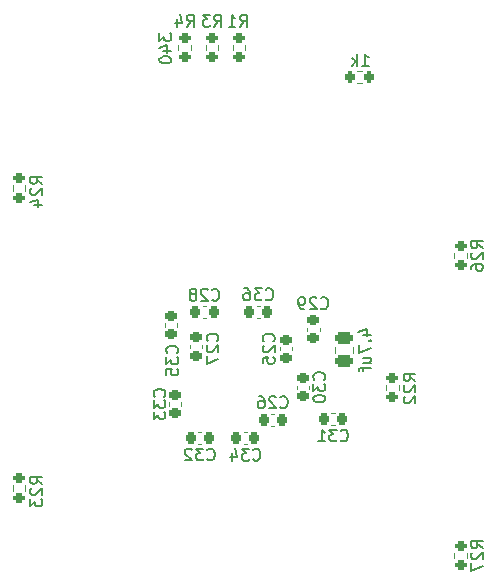
<source format=gbo>
G04 #@! TF.GenerationSoftware,KiCad,Pcbnew,9.0.1*
G04 #@! TF.CreationDate,2025-04-14T17:52:09+10:00*
G04 #@! TF.ProjectId,RP2350B_LevelShift,52503233-3530-4425-9f4c-6576656c5368,rev?*
G04 #@! TF.SameCoordinates,Original*
G04 #@! TF.FileFunction,Legend,Bot*
G04 #@! TF.FilePolarity,Positive*
%FSLAX46Y46*%
G04 Gerber Fmt 4.6, Leading zero omitted, Abs format (unit mm)*
G04 Created by KiCad (PCBNEW 9.0.1) date 2025-04-14 17:52:09*
%MOMM*%
%LPD*%
G01*
G04 APERTURE LIST*
G04 Aperture macros list*
%AMRoundRect*
0 Rectangle with rounded corners*
0 $1 Rounding radius*
0 $2 $3 $4 $5 $6 $7 $8 $9 X,Y pos of 4 corners*
0 Add a 4 corners polygon primitive as box body*
4,1,4,$2,$3,$4,$5,$6,$7,$8,$9,$2,$3,0*
0 Add four circle primitives for the rounded corners*
1,1,$1+$1,$2,$3*
1,1,$1+$1,$4,$5*
1,1,$1+$1,$6,$7*
1,1,$1+$1,$8,$9*
0 Add four rect primitives between the rounded corners*
20,1,$1+$1,$2,$3,$4,$5,0*
20,1,$1+$1,$4,$5,$6,$7,0*
20,1,$1+$1,$6,$7,$8,$9,0*
20,1,$1+$1,$8,$9,$2,$3,0*%
G04 Aperture macros list end*
%ADD10C,0.150000*%
%ADD11C,0.120000*%
%ADD12C,0.425000*%
%ADD13R,1.700000X1.700000*%
%ADD14C,1.700000*%
%ADD15O,1.350000X1.700000*%
%ADD16O,1.100000X1.500000*%
%ADD17C,4.770000*%
%ADD18R,1.785000X1.785000*%
%ADD19C,1.785000*%
%ADD20R,1.600000X1.600000*%
%ADD21C,1.600000*%
%ADD22RoundRect,0.225000X0.250000X-0.225000X0.250000X0.225000X-0.250000X0.225000X-0.250000X-0.225000X0*%
%ADD23RoundRect,0.200000X0.275000X-0.200000X0.275000X0.200000X-0.275000X0.200000X-0.275000X-0.200000X0*%
%ADD24RoundRect,0.225000X-0.225000X-0.250000X0.225000X-0.250000X0.225000X0.250000X-0.225000X0.250000X0*%
%ADD25RoundRect,0.225000X-0.250000X0.225000X-0.250000X-0.225000X0.250000X-0.225000X0.250000X0.225000X0*%
%ADD26RoundRect,0.200000X-0.275000X0.200000X-0.275000X-0.200000X0.275000X-0.200000X0.275000X0.200000X0*%
%ADD27RoundRect,0.225000X0.225000X0.250000X-0.225000X0.250000X-0.225000X-0.250000X0.225000X-0.250000X0*%
%ADD28RoundRect,0.200000X-0.200000X-0.275000X0.200000X-0.275000X0.200000X0.275000X-0.200000X0.275000X0*%
%ADD29RoundRect,0.250000X-0.475000X0.250000X-0.475000X-0.250000X0.475000X-0.250000X0.475000X0.250000X0*%
G04 APERTURE END LIST*
D10*
X159979580Y-123557142D02*
X160027200Y-123509523D01*
X160027200Y-123509523D02*
X160074819Y-123366666D01*
X160074819Y-123366666D02*
X160074819Y-123271428D01*
X160074819Y-123271428D02*
X160027200Y-123128571D01*
X160027200Y-123128571D02*
X159931961Y-123033333D01*
X159931961Y-123033333D02*
X159836723Y-122985714D01*
X159836723Y-122985714D02*
X159646247Y-122938095D01*
X159646247Y-122938095D02*
X159503390Y-122938095D01*
X159503390Y-122938095D02*
X159312914Y-122985714D01*
X159312914Y-122985714D02*
X159217676Y-123033333D01*
X159217676Y-123033333D02*
X159122438Y-123128571D01*
X159122438Y-123128571D02*
X159074819Y-123271428D01*
X159074819Y-123271428D02*
X159074819Y-123366666D01*
X159074819Y-123366666D02*
X159122438Y-123509523D01*
X159122438Y-123509523D02*
X159170057Y-123557142D01*
X159074819Y-123890476D02*
X159074819Y-124509523D01*
X159074819Y-124509523D02*
X159455771Y-124176190D01*
X159455771Y-124176190D02*
X159455771Y-124319047D01*
X159455771Y-124319047D02*
X159503390Y-124414285D01*
X159503390Y-124414285D02*
X159551009Y-124461904D01*
X159551009Y-124461904D02*
X159646247Y-124509523D01*
X159646247Y-124509523D02*
X159884342Y-124509523D01*
X159884342Y-124509523D02*
X159979580Y-124461904D01*
X159979580Y-124461904D02*
X160027200Y-124414285D01*
X160027200Y-124414285D02*
X160074819Y-124319047D01*
X160074819Y-124319047D02*
X160074819Y-124033333D01*
X160074819Y-124033333D02*
X160027200Y-123938095D01*
X160027200Y-123938095D02*
X159979580Y-123890476D01*
X159074819Y-124842857D02*
X159074819Y-125461904D01*
X159074819Y-125461904D02*
X159455771Y-125128571D01*
X159455771Y-125128571D02*
X159455771Y-125271428D01*
X159455771Y-125271428D02*
X159503390Y-125366666D01*
X159503390Y-125366666D02*
X159551009Y-125414285D01*
X159551009Y-125414285D02*
X159646247Y-125461904D01*
X159646247Y-125461904D02*
X159884342Y-125461904D01*
X159884342Y-125461904D02*
X159979580Y-125414285D01*
X159979580Y-125414285D02*
X160027200Y-125366666D01*
X160027200Y-125366666D02*
X160074819Y-125271428D01*
X160074819Y-125271428D02*
X160074819Y-124985714D01*
X160074819Y-124985714D02*
X160027200Y-124890476D01*
X160027200Y-124890476D02*
X159979580Y-124842857D01*
X149654819Y-105557142D02*
X149178628Y-105223809D01*
X149654819Y-104985714D02*
X148654819Y-104985714D01*
X148654819Y-104985714D02*
X148654819Y-105366666D01*
X148654819Y-105366666D02*
X148702438Y-105461904D01*
X148702438Y-105461904D02*
X148750057Y-105509523D01*
X148750057Y-105509523D02*
X148845295Y-105557142D01*
X148845295Y-105557142D02*
X148988152Y-105557142D01*
X148988152Y-105557142D02*
X149083390Y-105509523D01*
X149083390Y-105509523D02*
X149131009Y-105461904D01*
X149131009Y-105461904D02*
X149178628Y-105366666D01*
X149178628Y-105366666D02*
X149178628Y-104985714D01*
X148750057Y-105938095D02*
X148702438Y-105985714D01*
X148702438Y-105985714D02*
X148654819Y-106080952D01*
X148654819Y-106080952D02*
X148654819Y-106319047D01*
X148654819Y-106319047D02*
X148702438Y-106414285D01*
X148702438Y-106414285D02*
X148750057Y-106461904D01*
X148750057Y-106461904D02*
X148845295Y-106509523D01*
X148845295Y-106509523D02*
X148940533Y-106509523D01*
X148940533Y-106509523D02*
X149083390Y-106461904D01*
X149083390Y-106461904D02*
X149654819Y-105890476D01*
X149654819Y-105890476D02*
X149654819Y-106509523D01*
X148988152Y-107366666D02*
X149654819Y-107366666D01*
X148607200Y-107128571D02*
X149321485Y-106890476D01*
X149321485Y-106890476D02*
X149321485Y-107509523D01*
X149654819Y-130957142D02*
X149178628Y-130623809D01*
X149654819Y-130385714D02*
X148654819Y-130385714D01*
X148654819Y-130385714D02*
X148654819Y-130766666D01*
X148654819Y-130766666D02*
X148702438Y-130861904D01*
X148702438Y-130861904D02*
X148750057Y-130909523D01*
X148750057Y-130909523D02*
X148845295Y-130957142D01*
X148845295Y-130957142D02*
X148988152Y-130957142D01*
X148988152Y-130957142D02*
X149083390Y-130909523D01*
X149083390Y-130909523D02*
X149131009Y-130861904D01*
X149131009Y-130861904D02*
X149178628Y-130766666D01*
X149178628Y-130766666D02*
X149178628Y-130385714D01*
X148750057Y-131338095D02*
X148702438Y-131385714D01*
X148702438Y-131385714D02*
X148654819Y-131480952D01*
X148654819Y-131480952D02*
X148654819Y-131719047D01*
X148654819Y-131719047D02*
X148702438Y-131814285D01*
X148702438Y-131814285D02*
X148750057Y-131861904D01*
X148750057Y-131861904D02*
X148845295Y-131909523D01*
X148845295Y-131909523D02*
X148940533Y-131909523D01*
X148940533Y-131909523D02*
X149083390Y-131861904D01*
X149083390Y-131861904D02*
X149654819Y-131290476D01*
X149654819Y-131290476D02*
X149654819Y-131909523D01*
X148654819Y-132242857D02*
X148654819Y-132861904D01*
X148654819Y-132861904D02*
X149035771Y-132528571D01*
X149035771Y-132528571D02*
X149035771Y-132671428D01*
X149035771Y-132671428D02*
X149083390Y-132766666D01*
X149083390Y-132766666D02*
X149131009Y-132814285D01*
X149131009Y-132814285D02*
X149226247Y-132861904D01*
X149226247Y-132861904D02*
X149464342Y-132861904D01*
X149464342Y-132861904D02*
X149559580Y-132814285D01*
X149559580Y-132814285D02*
X149607200Y-132766666D01*
X149607200Y-132766666D02*
X149654819Y-132671428D01*
X149654819Y-132671428D02*
X149654819Y-132385714D01*
X149654819Y-132385714D02*
X149607200Y-132290476D01*
X149607200Y-132290476D02*
X149559580Y-132242857D01*
X186964819Y-110989642D02*
X186488628Y-110656309D01*
X186964819Y-110418214D02*
X185964819Y-110418214D01*
X185964819Y-110418214D02*
X185964819Y-110799166D01*
X185964819Y-110799166D02*
X186012438Y-110894404D01*
X186012438Y-110894404D02*
X186060057Y-110942023D01*
X186060057Y-110942023D02*
X186155295Y-110989642D01*
X186155295Y-110989642D02*
X186298152Y-110989642D01*
X186298152Y-110989642D02*
X186393390Y-110942023D01*
X186393390Y-110942023D02*
X186441009Y-110894404D01*
X186441009Y-110894404D02*
X186488628Y-110799166D01*
X186488628Y-110799166D02*
X186488628Y-110418214D01*
X186060057Y-111370595D02*
X186012438Y-111418214D01*
X186012438Y-111418214D02*
X185964819Y-111513452D01*
X185964819Y-111513452D02*
X185964819Y-111751547D01*
X185964819Y-111751547D02*
X186012438Y-111846785D01*
X186012438Y-111846785D02*
X186060057Y-111894404D01*
X186060057Y-111894404D02*
X186155295Y-111942023D01*
X186155295Y-111942023D02*
X186250533Y-111942023D01*
X186250533Y-111942023D02*
X186393390Y-111894404D01*
X186393390Y-111894404D02*
X186964819Y-111322976D01*
X186964819Y-111322976D02*
X186964819Y-111942023D01*
X185964819Y-112799166D02*
X185964819Y-112608690D01*
X185964819Y-112608690D02*
X186012438Y-112513452D01*
X186012438Y-112513452D02*
X186060057Y-112465833D01*
X186060057Y-112465833D02*
X186202914Y-112370595D01*
X186202914Y-112370595D02*
X186393390Y-112322976D01*
X186393390Y-112322976D02*
X186774342Y-112322976D01*
X186774342Y-112322976D02*
X186869580Y-112370595D01*
X186869580Y-112370595D02*
X186917200Y-112418214D01*
X186917200Y-112418214D02*
X186964819Y-112513452D01*
X186964819Y-112513452D02*
X186964819Y-112703928D01*
X186964819Y-112703928D02*
X186917200Y-112799166D01*
X186917200Y-112799166D02*
X186869580Y-112846785D01*
X186869580Y-112846785D02*
X186774342Y-112894404D01*
X186774342Y-112894404D02*
X186536247Y-112894404D01*
X186536247Y-112894404D02*
X186441009Y-112846785D01*
X186441009Y-112846785D02*
X186393390Y-112799166D01*
X186393390Y-112799166D02*
X186345771Y-112703928D01*
X186345771Y-112703928D02*
X186345771Y-112513452D01*
X186345771Y-112513452D02*
X186393390Y-112418214D01*
X186393390Y-112418214D02*
X186441009Y-112370595D01*
X186441009Y-112370595D02*
X186536247Y-112322976D01*
X164037857Y-115344580D02*
X164085476Y-115392200D01*
X164085476Y-115392200D02*
X164228333Y-115439819D01*
X164228333Y-115439819D02*
X164323571Y-115439819D01*
X164323571Y-115439819D02*
X164466428Y-115392200D01*
X164466428Y-115392200D02*
X164561666Y-115296961D01*
X164561666Y-115296961D02*
X164609285Y-115201723D01*
X164609285Y-115201723D02*
X164656904Y-115011247D01*
X164656904Y-115011247D02*
X164656904Y-114868390D01*
X164656904Y-114868390D02*
X164609285Y-114677914D01*
X164609285Y-114677914D02*
X164561666Y-114582676D01*
X164561666Y-114582676D02*
X164466428Y-114487438D01*
X164466428Y-114487438D02*
X164323571Y-114439819D01*
X164323571Y-114439819D02*
X164228333Y-114439819D01*
X164228333Y-114439819D02*
X164085476Y-114487438D01*
X164085476Y-114487438D02*
X164037857Y-114535057D01*
X163656904Y-114535057D02*
X163609285Y-114487438D01*
X163609285Y-114487438D02*
X163514047Y-114439819D01*
X163514047Y-114439819D02*
X163275952Y-114439819D01*
X163275952Y-114439819D02*
X163180714Y-114487438D01*
X163180714Y-114487438D02*
X163133095Y-114535057D01*
X163133095Y-114535057D02*
X163085476Y-114630295D01*
X163085476Y-114630295D02*
X163085476Y-114725533D01*
X163085476Y-114725533D02*
X163133095Y-114868390D01*
X163133095Y-114868390D02*
X163704523Y-115439819D01*
X163704523Y-115439819D02*
X163085476Y-115439819D01*
X162514047Y-114868390D02*
X162609285Y-114820771D01*
X162609285Y-114820771D02*
X162656904Y-114773152D01*
X162656904Y-114773152D02*
X162704523Y-114677914D01*
X162704523Y-114677914D02*
X162704523Y-114630295D01*
X162704523Y-114630295D02*
X162656904Y-114535057D01*
X162656904Y-114535057D02*
X162609285Y-114487438D01*
X162609285Y-114487438D02*
X162514047Y-114439819D01*
X162514047Y-114439819D02*
X162323571Y-114439819D01*
X162323571Y-114439819D02*
X162228333Y-114487438D01*
X162228333Y-114487438D02*
X162180714Y-114535057D01*
X162180714Y-114535057D02*
X162133095Y-114630295D01*
X162133095Y-114630295D02*
X162133095Y-114677914D01*
X162133095Y-114677914D02*
X162180714Y-114773152D01*
X162180714Y-114773152D02*
X162228333Y-114820771D01*
X162228333Y-114820771D02*
X162323571Y-114868390D01*
X162323571Y-114868390D02*
X162514047Y-114868390D01*
X162514047Y-114868390D02*
X162609285Y-114916009D01*
X162609285Y-114916009D02*
X162656904Y-114963628D01*
X162656904Y-114963628D02*
X162704523Y-115058866D01*
X162704523Y-115058866D02*
X162704523Y-115249342D01*
X162704523Y-115249342D02*
X162656904Y-115344580D01*
X162656904Y-115344580D02*
X162609285Y-115392200D01*
X162609285Y-115392200D02*
X162514047Y-115439819D01*
X162514047Y-115439819D02*
X162323571Y-115439819D01*
X162323571Y-115439819D02*
X162228333Y-115392200D01*
X162228333Y-115392200D02*
X162180714Y-115344580D01*
X162180714Y-115344580D02*
X162133095Y-115249342D01*
X162133095Y-115249342D02*
X162133095Y-115058866D01*
X162133095Y-115058866D02*
X162180714Y-114963628D01*
X162180714Y-114963628D02*
X162228333Y-114916009D01*
X162228333Y-114916009D02*
X162323571Y-114868390D01*
X169224580Y-118873642D02*
X169272200Y-118826023D01*
X169272200Y-118826023D02*
X169319819Y-118683166D01*
X169319819Y-118683166D02*
X169319819Y-118587928D01*
X169319819Y-118587928D02*
X169272200Y-118445071D01*
X169272200Y-118445071D02*
X169176961Y-118349833D01*
X169176961Y-118349833D02*
X169081723Y-118302214D01*
X169081723Y-118302214D02*
X168891247Y-118254595D01*
X168891247Y-118254595D02*
X168748390Y-118254595D01*
X168748390Y-118254595D02*
X168557914Y-118302214D01*
X168557914Y-118302214D02*
X168462676Y-118349833D01*
X168462676Y-118349833D02*
X168367438Y-118445071D01*
X168367438Y-118445071D02*
X168319819Y-118587928D01*
X168319819Y-118587928D02*
X168319819Y-118683166D01*
X168319819Y-118683166D02*
X168367438Y-118826023D01*
X168367438Y-118826023D02*
X168415057Y-118873642D01*
X168415057Y-119254595D02*
X168367438Y-119302214D01*
X168367438Y-119302214D02*
X168319819Y-119397452D01*
X168319819Y-119397452D02*
X168319819Y-119635547D01*
X168319819Y-119635547D02*
X168367438Y-119730785D01*
X168367438Y-119730785D02*
X168415057Y-119778404D01*
X168415057Y-119778404D02*
X168510295Y-119826023D01*
X168510295Y-119826023D02*
X168605533Y-119826023D01*
X168605533Y-119826023D02*
X168748390Y-119778404D01*
X168748390Y-119778404D02*
X169319819Y-119206976D01*
X169319819Y-119206976D02*
X169319819Y-119826023D01*
X168319819Y-120730785D02*
X168319819Y-120254595D01*
X168319819Y-120254595D02*
X168796009Y-120206976D01*
X168796009Y-120206976D02*
X168748390Y-120254595D01*
X168748390Y-120254595D02*
X168700771Y-120349833D01*
X168700771Y-120349833D02*
X168700771Y-120587928D01*
X168700771Y-120587928D02*
X168748390Y-120683166D01*
X168748390Y-120683166D02*
X168796009Y-120730785D01*
X168796009Y-120730785D02*
X168891247Y-120778404D01*
X168891247Y-120778404D02*
X169129342Y-120778404D01*
X169129342Y-120778404D02*
X169224580Y-120730785D01*
X169224580Y-120730785D02*
X169272200Y-120683166D01*
X169272200Y-120683166D02*
X169319819Y-120587928D01*
X169319819Y-120587928D02*
X169319819Y-120349833D01*
X169319819Y-120349833D02*
X169272200Y-120254595D01*
X169272200Y-120254595D02*
X169224580Y-120206976D01*
X161059580Y-119857142D02*
X161107200Y-119809523D01*
X161107200Y-119809523D02*
X161154819Y-119666666D01*
X161154819Y-119666666D02*
X161154819Y-119571428D01*
X161154819Y-119571428D02*
X161107200Y-119428571D01*
X161107200Y-119428571D02*
X161011961Y-119333333D01*
X161011961Y-119333333D02*
X160916723Y-119285714D01*
X160916723Y-119285714D02*
X160726247Y-119238095D01*
X160726247Y-119238095D02*
X160583390Y-119238095D01*
X160583390Y-119238095D02*
X160392914Y-119285714D01*
X160392914Y-119285714D02*
X160297676Y-119333333D01*
X160297676Y-119333333D02*
X160202438Y-119428571D01*
X160202438Y-119428571D02*
X160154819Y-119571428D01*
X160154819Y-119571428D02*
X160154819Y-119666666D01*
X160154819Y-119666666D02*
X160202438Y-119809523D01*
X160202438Y-119809523D02*
X160250057Y-119857142D01*
X160154819Y-120190476D02*
X160154819Y-120809523D01*
X160154819Y-120809523D02*
X160535771Y-120476190D01*
X160535771Y-120476190D02*
X160535771Y-120619047D01*
X160535771Y-120619047D02*
X160583390Y-120714285D01*
X160583390Y-120714285D02*
X160631009Y-120761904D01*
X160631009Y-120761904D02*
X160726247Y-120809523D01*
X160726247Y-120809523D02*
X160964342Y-120809523D01*
X160964342Y-120809523D02*
X161059580Y-120761904D01*
X161059580Y-120761904D02*
X161107200Y-120714285D01*
X161107200Y-120714285D02*
X161154819Y-120619047D01*
X161154819Y-120619047D02*
X161154819Y-120333333D01*
X161154819Y-120333333D02*
X161107200Y-120238095D01*
X161107200Y-120238095D02*
X161059580Y-120190476D01*
X160154819Y-121714285D02*
X160154819Y-121238095D01*
X160154819Y-121238095D02*
X160631009Y-121190476D01*
X160631009Y-121190476D02*
X160583390Y-121238095D01*
X160583390Y-121238095D02*
X160535771Y-121333333D01*
X160535771Y-121333333D02*
X160535771Y-121571428D01*
X160535771Y-121571428D02*
X160583390Y-121666666D01*
X160583390Y-121666666D02*
X160631009Y-121714285D01*
X160631009Y-121714285D02*
X160726247Y-121761904D01*
X160726247Y-121761904D02*
X160964342Y-121761904D01*
X160964342Y-121761904D02*
X161059580Y-121714285D01*
X161059580Y-121714285D02*
X161107200Y-121666666D01*
X161107200Y-121666666D02*
X161154819Y-121571428D01*
X161154819Y-121571428D02*
X161154819Y-121333333D01*
X161154819Y-121333333D02*
X161107200Y-121238095D01*
X161107200Y-121238095D02*
X161059580Y-121190476D01*
X164196666Y-92229819D02*
X164529999Y-91753628D01*
X164768094Y-92229819D02*
X164768094Y-91229819D01*
X164768094Y-91229819D02*
X164387142Y-91229819D01*
X164387142Y-91229819D02*
X164291904Y-91277438D01*
X164291904Y-91277438D02*
X164244285Y-91325057D01*
X164244285Y-91325057D02*
X164196666Y-91420295D01*
X164196666Y-91420295D02*
X164196666Y-91563152D01*
X164196666Y-91563152D02*
X164244285Y-91658390D01*
X164244285Y-91658390D02*
X164291904Y-91706009D01*
X164291904Y-91706009D02*
X164387142Y-91753628D01*
X164387142Y-91753628D02*
X164768094Y-91753628D01*
X163863332Y-91229819D02*
X163244285Y-91229819D01*
X163244285Y-91229819D02*
X163577618Y-91610771D01*
X163577618Y-91610771D02*
X163434761Y-91610771D01*
X163434761Y-91610771D02*
X163339523Y-91658390D01*
X163339523Y-91658390D02*
X163291904Y-91706009D01*
X163291904Y-91706009D02*
X163244285Y-91801247D01*
X163244285Y-91801247D02*
X163244285Y-92039342D01*
X163244285Y-92039342D02*
X163291904Y-92134580D01*
X163291904Y-92134580D02*
X163339523Y-92182200D01*
X163339523Y-92182200D02*
X163434761Y-92229819D01*
X163434761Y-92229819D02*
X163720475Y-92229819D01*
X163720475Y-92229819D02*
X163815713Y-92182200D01*
X163815713Y-92182200D02*
X163863332Y-92134580D01*
X167511050Y-128888069D02*
X167558669Y-128935689D01*
X167558669Y-128935689D02*
X167701526Y-128983308D01*
X167701526Y-128983308D02*
X167796764Y-128983308D01*
X167796764Y-128983308D02*
X167939621Y-128935689D01*
X167939621Y-128935689D02*
X168034859Y-128840450D01*
X168034859Y-128840450D02*
X168082478Y-128745212D01*
X168082478Y-128745212D02*
X168130097Y-128554736D01*
X168130097Y-128554736D02*
X168130097Y-128411879D01*
X168130097Y-128411879D02*
X168082478Y-128221403D01*
X168082478Y-128221403D02*
X168034859Y-128126165D01*
X168034859Y-128126165D02*
X167939621Y-128030927D01*
X167939621Y-128030927D02*
X167796764Y-127983308D01*
X167796764Y-127983308D02*
X167701526Y-127983308D01*
X167701526Y-127983308D02*
X167558669Y-128030927D01*
X167558669Y-128030927D02*
X167511050Y-128078546D01*
X167177716Y-127983308D02*
X166558669Y-127983308D01*
X166558669Y-127983308D02*
X166892002Y-128364260D01*
X166892002Y-128364260D02*
X166749145Y-128364260D01*
X166749145Y-128364260D02*
X166653907Y-128411879D01*
X166653907Y-128411879D02*
X166606288Y-128459498D01*
X166606288Y-128459498D02*
X166558669Y-128554736D01*
X166558669Y-128554736D02*
X166558669Y-128792831D01*
X166558669Y-128792831D02*
X166606288Y-128888069D01*
X166606288Y-128888069D02*
X166653907Y-128935689D01*
X166653907Y-128935689D02*
X166749145Y-128983308D01*
X166749145Y-128983308D02*
X167034859Y-128983308D01*
X167034859Y-128983308D02*
X167130097Y-128935689D01*
X167130097Y-128935689D02*
X167177716Y-128888069D01*
X165701526Y-128316641D02*
X165701526Y-128983308D01*
X165939621Y-127935689D02*
X166177716Y-128649974D01*
X166177716Y-128649974D02*
X165558669Y-128649974D01*
X174917857Y-127259580D02*
X174965476Y-127307200D01*
X174965476Y-127307200D02*
X175108333Y-127354819D01*
X175108333Y-127354819D02*
X175203571Y-127354819D01*
X175203571Y-127354819D02*
X175346428Y-127307200D01*
X175346428Y-127307200D02*
X175441666Y-127211961D01*
X175441666Y-127211961D02*
X175489285Y-127116723D01*
X175489285Y-127116723D02*
X175536904Y-126926247D01*
X175536904Y-126926247D02*
X175536904Y-126783390D01*
X175536904Y-126783390D02*
X175489285Y-126592914D01*
X175489285Y-126592914D02*
X175441666Y-126497676D01*
X175441666Y-126497676D02*
X175346428Y-126402438D01*
X175346428Y-126402438D02*
X175203571Y-126354819D01*
X175203571Y-126354819D02*
X175108333Y-126354819D01*
X175108333Y-126354819D02*
X174965476Y-126402438D01*
X174965476Y-126402438D02*
X174917857Y-126450057D01*
X174584523Y-126354819D02*
X173965476Y-126354819D01*
X173965476Y-126354819D02*
X174298809Y-126735771D01*
X174298809Y-126735771D02*
X174155952Y-126735771D01*
X174155952Y-126735771D02*
X174060714Y-126783390D01*
X174060714Y-126783390D02*
X174013095Y-126831009D01*
X174013095Y-126831009D02*
X173965476Y-126926247D01*
X173965476Y-126926247D02*
X173965476Y-127164342D01*
X173965476Y-127164342D02*
X174013095Y-127259580D01*
X174013095Y-127259580D02*
X174060714Y-127307200D01*
X174060714Y-127307200D02*
X174155952Y-127354819D01*
X174155952Y-127354819D02*
X174441666Y-127354819D01*
X174441666Y-127354819D02*
X174536904Y-127307200D01*
X174536904Y-127307200D02*
X174584523Y-127259580D01*
X173013095Y-127354819D02*
X173584523Y-127354819D01*
X173298809Y-127354819D02*
X173298809Y-126354819D01*
X173298809Y-126354819D02*
X173394047Y-126497676D01*
X173394047Y-126497676D02*
X173489285Y-126592914D01*
X173489285Y-126592914D02*
X173584523Y-126640533D01*
X168587857Y-115314580D02*
X168635476Y-115362200D01*
X168635476Y-115362200D02*
X168778333Y-115409819D01*
X168778333Y-115409819D02*
X168873571Y-115409819D01*
X168873571Y-115409819D02*
X169016428Y-115362200D01*
X169016428Y-115362200D02*
X169111666Y-115266961D01*
X169111666Y-115266961D02*
X169159285Y-115171723D01*
X169159285Y-115171723D02*
X169206904Y-114981247D01*
X169206904Y-114981247D02*
X169206904Y-114838390D01*
X169206904Y-114838390D02*
X169159285Y-114647914D01*
X169159285Y-114647914D02*
X169111666Y-114552676D01*
X169111666Y-114552676D02*
X169016428Y-114457438D01*
X169016428Y-114457438D02*
X168873571Y-114409819D01*
X168873571Y-114409819D02*
X168778333Y-114409819D01*
X168778333Y-114409819D02*
X168635476Y-114457438D01*
X168635476Y-114457438D02*
X168587857Y-114505057D01*
X168254523Y-114409819D02*
X167635476Y-114409819D01*
X167635476Y-114409819D02*
X167968809Y-114790771D01*
X167968809Y-114790771D02*
X167825952Y-114790771D01*
X167825952Y-114790771D02*
X167730714Y-114838390D01*
X167730714Y-114838390D02*
X167683095Y-114886009D01*
X167683095Y-114886009D02*
X167635476Y-114981247D01*
X167635476Y-114981247D02*
X167635476Y-115219342D01*
X167635476Y-115219342D02*
X167683095Y-115314580D01*
X167683095Y-115314580D02*
X167730714Y-115362200D01*
X167730714Y-115362200D02*
X167825952Y-115409819D01*
X167825952Y-115409819D02*
X168111666Y-115409819D01*
X168111666Y-115409819D02*
X168206904Y-115362200D01*
X168206904Y-115362200D02*
X168254523Y-115314580D01*
X166778333Y-114409819D02*
X166968809Y-114409819D01*
X166968809Y-114409819D02*
X167064047Y-114457438D01*
X167064047Y-114457438D02*
X167111666Y-114505057D01*
X167111666Y-114505057D02*
X167206904Y-114647914D01*
X167206904Y-114647914D02*
X167254523Y-114838390D01*
X167254523Y-114838390D02*
X167254523Y-115219342D01*
X167254523Y-115219342D02*
X167206904Y-115314580D01*
X167206904Y-115314580D02*
X167159285Y-115362200D01*
X167159285Y-115362200D02*
X167064047Y-115409819D01*
X167064047Y-115409819D02*
X166873571Y-115409819D01*
X166873571Y-115409819D02*
X166778333Y-115362200D01*
X166778333Y-115362200D02*
X166730714Y-115314580D01*
X166730714Y-115314580D02*
X166683095Y-115219342D01*
X166683095Y-115219342D02*
X166683095Y-114981247D01*
X166683095Y-114981247D02*
X166730714Y-114886009D01*
X166730714Y-114886009D02*
X166778333Y-114838390D01*
X166778333Y-114838390D02*
X166873571Y-114790771D01*
X166873571Y-114790771D02*
X167064047Y-114790771D01*
X167064047Y-114790771D02*
X167159285Y-114838390D01*
X167159285Y-114838390D02*
X167206904Y-114886009D01*
X167206904Y-114886009D02*
X167254523Y-114981247D01*
X186964819Y-136389642D02*
X186488628Y-136056309D01*
X186964819Y-135818214D02*
X185964819Y-135818214D01*
X185964819Y-135818214D02*
X185964819Y-136199166D01*
X185964819Y-136199166D02*
X186012438Y-136294404D01*
X186012438Y-136294404D02*
X186060057Y-136342023D01*
X186060057Y-136342023D02*
X186155295Y-136389642D01*
X186155295Y-136389642D02*
X186298152Y-136389642D01*
X186298152Y-136389642D02*
X186393390Y-136342023D01*
X186393390Y-136342023D02*
X186441009Y-136294404D01*
X186441009Y-136294404D02*
X186488628Y-136199166D01*
X186488628Y-136199166D02*
X186488628Y-135818214D01*
X186060057Y-136770595D02*
X186012438Y-136818214D01*
X186012438Y-136818214D02*
X185964819Y-136913452D01*
X185964819Y-136913452D02*
X185964819Y-137151547D01*
X185964819Y-137151547D02*
X186012438Y-137246785D01*
X186012438Y-137246785D02*
X186060057Y-137294404D01*
X186060057Y-137294404D02*
X186155295Y-137342023D01*
X186155295Y-137342023D02*
X186250533Y-137342023D01*
X186250533Y-137342023D02*
X186393390Y-137294404D01*
X186393390Y-137294404D02*
X186964819Y-136722976D01*
X186964819Y-136722976D02*
X186964819Y-137342023D01*
X185964819Y-137675357D02*
X185964819Y-138342023D01*
X185964819Y-138342023D02*
X186964819Y-137913452D01*
X166396666Y-92229819D02*
X166729999Y-91753628D01*
X166968094Y-92229819D02*
X166968094Y-91229819D01*
X166968094Y-91229819D02*
X166587142Y-91229819D01*
X166587142Y-91229819D02*
X166491904Y-91277438D01*
X166491904Y-91277438D02*
X166444285Y-91325057D01*
X166444285Y-91325057D02*
X166396666Y-91420295D01*
X166396666Y-91420295D02*
X166396666Y-91563152D01*
X166396666Y-91563152D02*
X166444285Y-91658390D01*
X166444285Y-91658390D02*
X166491904Y-91706009D01*
X166491904Y-91706009D02*
X166587142Y-91753628D01*
X166587142Y-91753628D02*
X166968094Y-91753628D01*
X165444285Y-92229819D02*
X166015713Y-92229819D01*
X165729999Y-92229819D02*
X165729999Y-91229819D01*
X165729999Y-91229819D02*
X165825237Y-91372676D01*
X165825237Y-91372676D02*
X165920475Y-91467914D01*
X165920475Y-91467914D02*
X166015713Y-91515533D01*
X173509580Y-122123666D02*
X173557200Y-122076047D01*
X173557200Y-122076047D02*
X173604819Y-121933190D01*
X173604819Y-121933190D02*
X173604819Y-121837952D01*
X173604819Y-121837952D02*
X173557200Y-121695095D01*
X173557200Y-121695095D02*
X173461961Y-121599857D01*
X173461961Y-121599857D02*
X173366723Y-121552238D01*
X173366723Y-121552238D02*
X173176247Y-121504619D01*
X173176247Y-121504619D02*
X173033390Y-121504619D01*
X173033390Y-121504619D02*
X172842914Y-121552238D01*
X172842914Y-121552238D02*
X172747676Y-121599857D01*
X172747676Y-121599857D02*
X172652438Y-121695095D01*
X172652438Y-121695095D02*
X172604819Y-121837952D01*
X172604819Y-121837952D02*
X172604819Y-121933190D01*
X172604819Y-121933190D02*
X172652438Y-122076047D01*
X172652438Y-122076047D02*
X172700057Y-122123666D01*
X172604819Y-122457000D02*
X172604819Y-123076047D01*
X172604819Y-123076047D02*
X172985771Y-122742714D01*
X172985771Y-122742714D02*
X172985771Y-122885571D01*
X172985771Y-122885571D02*
X173033390Y-122980809D01*
X173033390Y-122980809D02*
X173081009Y-123028428D01*
X173081009Y-123028428D02*
X173176247Y-123076047D01*
X173176247Y-123076047D02*
X173414342Y-123076047D01*
X173414342Y-123076047D02*
X173509580Y-123028428D01*
X173509580Y-123028428D02*
X173557200Y-122980809D01*
X173557200Y-122980809D02*
X173604819Y-122885571D01*
X173604819Y-122885571D02*
X173604819Y-122599857D01*
X173604819Y-122599857D02*
X173557200Y-122504619D01*
X173557200Y-122504619D02*
X173509580Y-122457000D01*
X172604819Y-123695095D02*
X172604819Y-123790333D01*
X172604819Y-123790333D02*
X172652438Y-123885571D01*
X172652438Y-123885571D02*
X172700057Y-123933190D01*
X172700057Y-123933190D02*
X172795295Y-123980809D01*
X172795295Y-123980809D02*
X172985771Y-124028428D01*
X172985771Y-124028428D02*
X173223866Y-124028428D01*
X173223866Y-124028428D02*
X173414342Y-123980809D01*
X173414342Y-123980809D02*
X173509580Y-123933190D01*
X173509580Y-123933190D02*
X173557200Y-123885571D01*
X173557200Y-123885571D02*
X173604819Y-123790333D01*
X173604819Y-123790333D02*
X173604819Y-123695095D01*
X173604819Y-123695095D02*
X173557200Y-123599857D01*
X173557200Y-123599857D02*
X173509580Y-123552238D01*
X173509580Y-123552238D02*
X173414342Y-123504619D01*
X173414342Y-123504619D02*
X173223866Y-123457000D01*
X173223866Y-123457000D02*
X172985771Y-123457000D01*
X172985771Y-123457000D02*
X172795295Y-123504619D01*
X172795295Y-123504619D02*
X172700057Y-123552238D01*
X172700057Y-123552238D02*
X172652438Y-123599857D01*
X172652438Y-123599857D02*
X172604819Y-123695095D01*
X169812857Y-124446080D02*
X169860476Y-124493700D01*
X169860476Y-124493700D02*
X170003333Y-124541319D01*
X170003333Y-124541319D02*
X170098571Y-124541319D01*
X170098571Y-124541319D02*
X170241428Y-124493700D01*
X170241428Y-124493700D02*
X170336666Y-124398461D01*
X170336666Y-124398461D02*
X170384285Y-124303223D01*
X170384285Y-124303223D02*
X170431904Y-124112747D01*
X170431904Y-124112747D02*
X170431904Y-123969890D01*
X170431904Y-123969890D02*
X170384285Y-123779414D01*
X170384285Y-123779414D02*
X170336666Y-123684176D01*
X170336666Y-123684176D02*
X170241428Y-123588938D01*
X170241428Y-123588938D02*
X170098571Y-123541319D01*
X170098571Y-123541319D02*
X170003333Y-123541319D01*
X170003333Y-123541319D02*
X169860476Y-123588938D01*
X169860476Y-123588938D02*
X169812857Y-123636557D01*
X169431904Y-123636557D02*
X169384285Y-123588938D01*
X169384285Y-123588938D02*
X169289047Y-123541319D01*
X169289047Y-123541319D02*
X169050952Y-123541319D01*
X169050952Y-123541319D02*
X168955714Y-123588938D01*
X168955714Y-123588938D02*
X168908095Y-123636557D01*
X168908095Y-123636557D02*
X168860476Y-123731795D01*
X168860476Y-123731795D02*
X168860476Y-123827033D01*
X168860476Y-123827033D02*
X168908095Y-123969890D01*
X168908095Y-123969890D02*
X169479523Y-124541319D01*
X169479523Y-124541319D02*
X168860476Y-124541319D01*
X168003333Y-123541319D02*
X168193809Y-123541319D01*
X168193809Y-123541319D02*
X168289047Y-123588938D01*
X168289047Y-123588938D02*
X168336666Y-123636557D01*
X168336666Y-123636557D02*
X168431904Y-123779414D01*
X168431904Y-123779414D02*
X168479523Y-123969890D01*
X168479523Y-123969890D02*
X168479523Y-124350842D01*
X168479523Y-124350842D02*
X168431904Y-124446080D01*
X168431904Y-124446080D02*
X168384285Y-124493700D01*
X168384285Y-124493700D02*
X168289047Y-124541319D01*
X168289047Y-124541319D02*
X168098571Y-124541319D01*
X168098571Y-124541319D02*
X168003333Y-124493700D01*
X168003333Y-124493700D02*
X167955714Y-124446080D01*
X167955714Y-124446080D02*
X167908095Y-124350842D01*
X167908095Y-124350842D02*
X167908095Y-124112747D01*
X167908095Y-124112747D02*
X167955714Y-124017509D01*
X167955714Y-124017509D02*
X168003333Y-123969890D01*
X168003333Y-123969890D02*
X168098571Y-123922271D01*
X168098571Y-123922271D02*
X168289047Y-123922271D01*
X168289047Y-123922271D02*
X168384285Y-123969890D01*
X168384285Y-123969890D02*
X168431904Y-124017509D01*
X168431904Y-124017509D02*
X168479523Y-124112747D01*
X176719047Y-95554819D02*
X177290475Y-95554819D01*
X177004761Y-95554819D02*
X177004761Y-94554819D01*
X177004761Y-94554819D02*
X177099999Y-94697676D01*
X177099999Y-94697676D02*
X177195237Y-94792914D01*
X177195237Y-94792914D02*
X177290475Y-94840533D01*
X176290475Y-95554819D02*
X176290475Y-94554819D01*
X176195237Y-95173866D02*
X175909523Y-95554819D01*
X175909523Y-94888152D02*
X176290475Y-95269104D01*
X176788152Y-118323095D02*
X177454819Y-118323095D01*
X176407200Y-118085000D02*
X177121485Y-117846905D01*
X177121485Y-117846905D02*
X177121485Y-118465952D01*
X177359580Y-118846905D02*
X177407200Y-118894524D01*
X177407200Y-118894524D02*
X177454819Y-118846905D01*
X177454819Y-118846905D02*
X177407200Y-118799286D01*
X177407200Y-118799286D02*
X177359580Y-118846905D01*
X177359580Y-118846905D02*
X177454819Y-118846905D01*
X176454819Y-119227857D02*
X176454819Y-119894523D01*
X176454819Y-119894523D02*
X177454819Y-119465952D01*
X176788152Y-120704047D02*
X177454819Y-120704047D01*
X176788152Y-120275476D02*
X177311961Y-120275476D01*
X177311961Y-120275476D02*
X177407200Y-120323095D01*
X177407200Y-120323095D02*
X177454819Y-120418333D01*
X177454819Y-120418333D02*
X177454819Y-120561190D01*
X177454819Y-120561190D02*
X177407200Y-120656428D01*
X177407200Y-120656428D02*
X177359580Y-120704047D01*
X176788152Y-121037381D02*
X176788152Y-121418333D01*
X177454819Y-121180238D02*
X176597676Y-121180238D01*
X176597676Y-121180238D02*
X176502438Y-121227857D01*
X176502438Y-121227857D02*
X176454819Y-121323095D01*
X176454819Y-121323095D02*
X176454819Y-121418333D01*
X173242857Y-116059580D02*
X173290476Y-116107200D01*
X173290476Y-116107200D02*
X173433333Y-116154819D01*
X173433333Y-116154819D02*
X173528571Y-116154819D01*
X173528571Y-116154819D02*
X173671428Y-116107200D01*
X173671428Y-116107200D02*
X173766666Y-116011961D01*
X173766666Y-116011961D02*
X173814285Y-115916723D01*
X173814285Y-115916723D02*
X173861904Y-115726247D01*
X173861904Y-115726247D02*
X173861904Y-115583390D01*
X173861904Y-115583390D02*
X173814285Y-115392914D01*
X173814285Y-115392914D02*
X173766666Y-115297676D01*
X173766666Y-115297676D02*
X173671428Y-115202438D01*
X173671428Y-115202438D02*
X173528571Y-115154819D01*
X173528571Y-115154819D02*
X173433333Y-115154819D01*
X173433333Y-115154819D02*
X173290476Y-115202438D01*
X173290476Y-115202438D02*
X173242857Y-115250057D01*
X172861904Y-115250057D02*
X172814285Y-115202438D01*
X172814285Y-115202438D02*
X172719047Y-115154819D01*
X172719047Y-115154819D02*
X172480952Y-115154819D01*
X172480952Y-115154819D02*
X172385714Y-115202438D01*
X172385714Y-115202438D02*
X172338095Y-115250057D01*
X172338095Y-115250057D02*
X172290476Y-115345295D01*
X172290476Y-115345295D02*
X172290476Y-115440533D01*
X172290476Y-115440533D02*
X172338095Y-115583390D01*
X172338095Y-115583390D02*
X172909523Y-116154819D01*
X172909523Y-116154819D02*
X172290476Y-116154819D01*
X171814285Y-116154819D02*
X171623809Y-116154819D01*
X171623809Y-116154819D02*
X171528571Y-116107200D01*
X171528571Y-116107200D02*
X171480952Y-116059580D01*
X171480952Y-116059580D02*
X171385714Y-115916723D01*
X171385714Y-115916723D02*
X171338095Y-115726247D01*
X171338095Y-115726247D02*
X171338095Y-115345295D01*
X171338095Y-115345295D02*
X171385714Y-115250057D01*
X171385714Y-115250057D02*
X171433333Y-115202438D01*
X171433333Y-115202438D02*
X171528571Y-115154819D01*
X171528571Y-115154819D02*
X171719047Y-115154819D01*
X171719047Y-115154819D02*
X171814285Y-115202438D01*
X171814285Y-115202438D02*
X171861904Y-115250057D01*
X171861904Y-115250057D02*
X171909523Y-115345295D01*
X171909523Y-115345295D02*
X171909523Y-115583390D01*
X171909523Y-115583390D02*
X171861904Y-115678628D01*
X171861904Y-115678628D02*
X171814285Y-115726247D01*
X171814285Y-115726247D02*
X171719047Y-115773866D01*
X171719047Y-115773866D02*
X171528571Y-115773866D01*
X171528571Y-115773866D02*
X171433333Y-115726247D01*
X171433333Y-115726247D02*
X171385714Y-115678628D01*
X171385714Y-115678628D02*
X171338095Y-115583390D01*
X164479580Y-118842142D02*
X164527200Y-118794523D01*
X164527200Y-118794523D02*
X164574819Y-118651666D01*
X164574819Y-118651666D02*
X164574819Y-118556428D01*
X164574819Y-118556428D02*
X164527200Y-118413571D01*
X164527200Y-118413571D02*
X164431961Y-118318333D01*
X164431961Y-118318333D02*
X164336723Y-118270714D01*
X164336723Y-118270714D02*
X164146247Y-118223095D01*
X164146247Y-118223095D02*
X164003390Y-118223095D01*
X164003390Y-118223095D02*
X163812914Y-118270714D01*
X163812914Y-118270714D02*
X163717676Y-118318333D01*
X163717676Y-118318333D02*
X163622438Y-118413571D01*
X163622438Y-118413571D02*
X163574819Y-118556428D01*
X163574819Y-118556428D02*
X163574819Y-118651666D01*
X163574819Y-118651666D02*
X163622438Y-118794523D01*
X163622438Y-118794523D02*
X163670057Y-118842142D01*
X163670057Y-119223095D02*
X163622438Y-119270714D01*
X163622438Y-119270714D02*
X163574819Y-119365952D01*
X163574819Y-119365952D02*
X163574819Y-119604047D01*
X163574819Y-119604047D02*
X163622438Y-119699285D01*
X163622438Y-119699285D02*
X163670057Y-119746904D01*
X163670057Y-119746904D02*
X163765295Y-119794523D01*
X163765295Y-119794523D02*
X163860533Y-119794523D01*
X163860533Y-119794523D02*
X164003390Y-119746904D01*
X164003390Y-119746904D02*
X164574819Y-119175476D01*
X164574819Y-119175476D02*
X164574819Y-119794523D01*
X163574819Y-120127857D02*
X163574819Y-120794523D01*
X163574819Y-120794523D02*
X164574819Y-120365952D01*
X161900098Y-92239728D02*
X162233431Y-91763537D01*
X162471526Y-92239728D02*
X162471526Y-91239728D01*
X162471526Y-91239728D02*
X162090574Y-91239728D01*
X162090574Y-91239728D02*
X161995336Y-91287347D01*
X161995336Y-91287347D02*
X161947717Y-91334966D01*
X161947717Y-91334966D02*
X161900098Y-91430204D01*
X161900098Y-91430204D02*
X161900098Y-91573061D01*
X161900098Y-91573061D02*
X161947717Y-91668299D01*
X161947717Y-91668299D02*
X161995336Y-91715918D01*
X161995336Y-91715918D02*
X162090574Y-91763537D01*
X162090574Y-91763537D02*
X162471526Y-91763537D01*
X161042955Y-91573061D02*
X161042955Y-92239728D01*
X161281050Y-91192109D02*
X161519145Y-91906394D01*
X161519145Y-91906394D02*
X160900098Y-91906394D01*
X159574819Y-92814286D02*
X159574819Y-93433333D01*
X159574819Y-93433333D02*
X159955771Y-93100000D01*
X159955771Y-93100000D02*
X159955771Y-93242857D01*
X159955771Y-93242857D02*
X160003390Y-93338095D01*
X160003390Y-93338095D02*
X160051009Y-93385714D01*
X160051009Y-93385714D02*
X160146247Y-93433333D01*
X160146247Y-93433333D02*
X160384342Y-93433333D01*
X160384342Y-93433333D02*
X160479580Y-93385714D01*
X160479580Y-93385714D02*
X160527200Y-93338095D01*
X160527200Y-93338095D02*
X160574819Y-93242857D01*
X160574819Y-93242857D02*
X160574819Y-92957143D01*
X160574819Y-92957143D02*
X160527200Y-92861905D01*
X160527200Y-92861905D02*
X160479580Y-92814286D01*
X159908152Y-94290476D02*
X160574819Y-94290476D01*
X159527200Y-94052381D02*
X160241485Y-93814286D01*
X160241485Y-93814286D02*
X160241485Y-94433333D01*
X159574819Y-95004762D02*
X159574819Y-95100000D01*
X159574819Y-95100000D02*
X159622438Y-95195238D01*
X159622438Y-95195238D02*
X159670057Y-95242857D01*
X159670057Y-95242857D02*
X159765295Y-95290476D01*
X159765295Y-95290476D02*
X159955771Y-95338095D01*
X159955771Y-95338095D02*
X160193866Y-95338095D01*
X160193866Y-95338095D02*
X160384342Y-95290476D01*
X160384342Y-95290476D02*
X160479580Y-95242857D01*
X160479580Y-95242857D02*
X160527200Y-95195238D01*
X160527200Y-95195238D02*
X160574819Y-95100000D01*
X160574819Y-95100000D02*
X160574819Y-95004762D01*
X160574819Y-95004762D02*
X160527200Y-94909524D01*
X160527200Y-94909524D02*
X160479580Y-94861905D01*
X160479580Y-94861905D02*
X160384342Y-94814286D01*
X160384342Y-94814286D02*
X160193866Y-94766667D01*
X160193866Y-94766667D02*
X159955771Y-94766667D01*
X159955771Y-94766667D02*
X159765295Y-94814286D01*
X159765295Y-94814286D02*
X159670057Y-94861905D01*
X159670057Y-94861905D02*
X159622438Y-94909524D01*
X159622438Y-94909524D02*
X159574819Y-95004762D01*
X163637857Y-128874580D02*
X163685476Y-128922200D01*
X163685476Y-128922200D02*
X163828333Y-128969819D01*
X163828333Y-128969819D02*
X163923571Y-128969819D01*
X163923571Y-128969819D02*
X164066428Y-128922200D01*
X164066428Y-128922200D02*
X164161666Y-128826961D01*
X164161666Y-128826961D02*
X164209285Y-128731723D01*
X164209285Y-128731723D02*
X164256904Y-128541247D01*
X164256904Y-128541247D02*
X164256904Y-128398390D01*
X164256904Y-128398390D02*
X164209285Y-128207914D01*
X164209285Y-128207914D02*
X164161666Y-128112676D01*
X164161666Y-128112676D02*
X164066428Y-128017438D01*
X164066428Y-128017438D02*
X163923571Y-127969819D01*
X163923571Y-127969819D02*
X163828333Y-127969819D01*
X163828333Y-127969819D02*
X163685476Y-128017438D01*
X163685476Y-128017438D02*
X163637857Y-128065057D01*
X163304523Y-127969819D02*
X162685476Y-127969819D01*
X162685476Y-127969819D02*
X163018809Y-128350771D01*
X163018809Y-128350771D02*
X162875952Y-128350771D01*
X162875952Y-128350771D02*
X162780714Y-128398390D01*
X162780714Y-128398390D02*
X162733095Y-128446009D01*
X162733095Y-128446009D02*
X162685476Y-128541247D01*
X162685476Y-128541247D02*
X162685476Y-128779342D01*
X162685476Y-128779342D02*
X162733095Y-128874580D01*
X162733095Y-128874580D02*
X162780714Y-128922200D01*
X162780714Y-128922200D02*
X162875952Y-128969819D01*
X162875952Y-128969819D02*
X163161666Y-128969819D01*
X163161666Y-128969819D02*
X163256904Y-128922200D01*
X163256904Y-128922200D02*
X163304523Y-128874580D01*
X162304523Y-128065057D02*
X162256904Y-128017438D01*
X162256904Y-128017438D02*
X162161666Y-127969819D01*
X162161666Y-127969819D02*
X161923571Y-127969819D01*
X161923571Y-127969819D02*
X161828333Y-128017438D01*
X161828333Y-128017438D02*
X161780714Y-128065057D01*
X161780714Y-128065057D02*
X161733095Y-128160295D01*
X161733095Y-128160295D02*
X161733095Y-128255533D01*
X161733095Y-128255533D02*
X161780714Y-128398390D01*
X161780714Y-128398390D02*
X162352142Y-128969819D01*
X162352142Y-128969819D02*
X161733095Y-128969819D01*
X181254819Y-122236792D02*
X180778628Y-121903459D01*
X181254819Y-121665364D02*
X180254819Y-121665364D01*
X180254819Y-121665364D02*
X180254819Y-122046316D01*
X180254819Y-122046316D02*
X180302438Y-122141554D01*
X180302438Y-122141554D02*
X180350057Y-122189173D01*
X180350057Y-122189173D02*
X180445295Y-122236792D01*
X180445295Y-122236792D02*
X180588152Y-122236792D01*
X180588152Y-122236792D02*
X180683390Y-122189173D01*
X180683390Y-122189173D02*
X180731009Y-122141554D01*
X180731009Y-122141554D02*
X180778628Y-122046316D01*
X180778628Y-122046316D02*
X180778628Y-121665364D01*
X180350057Y-122617745D02*
X180302438Y-122665364D01*
X180302438Y-122665364D02*
X180254819Y-122760602D01*
X180254819Y-122760602D02*
X180254819Y-122998697D01*
X180254819Y-122998697D02*
X180302438Y-123093935D01*
X180302438Y-123093935D02*
X180350057Y-123141554D01*
X180350057Y-123141554D02*
X180445295Y-123189173D01*
X180445295Y-123189173D02*
X180540533Y-123189173D01*
X180540533Y-123189173D02*
X180683390Y-123141554D01*
X180683390Y-123141554D02*
X181254819Y-122570126D01*
X181254819Y-122570126D02*
X181254819Y-123189173D01*
X180350057Y-123570126D02*
X180302438Y-123617745D01*
X180302438Y-123617745D02*
X180254819Y-123712983D01*
X180254819Y-123712983D02*
X180254819Y-123951078D01*
X180254819Y-123951078D02*
X180302438Y-124046316D01*
X180302438Y-124046316D02*
X180350057Y-124093935D01*
X180350057Y-124093935D02*
X180445295Y-124141554D01*
X180445295Y-124141554D02*
X180540533Y-124141554D01*
X180540533Y-124141554D02*
X180683390Y-124093935D01*
X180683390Y-124093935D02*
X181254819Y-123522507D01*
X181254819Y-123522507D02*
X181254819Y-124141554D01*
D11*
X160410000Y-124340580D02*
X160410000Y-124059420D01*
X161430000Y-124340580D02*
X161430000Y-124059420D01*
X147137500Y-106154758D02*
X147137500Y-105680242D01*
X148182500Y-106154758D02*
X148182500Y-105680242D01*
X147137500Y-131554758D02*
X147137500Y-131080242D01*
X148182500Y-131554758D02*
X148182500Y-131080242D01*
X184557500Y-111869758D02*
X184557500Y-111395242D01*
X185602500Y-111869758D02*
X185602500Y-111395242D01*
X163254420Y-115875000D02*
X163535580Y-115875000D01*
X163254420Y-116895000D02*
X163535580Y-116895000D01*
X169785000Y-119375920D02*
X169785000Y-119657080D01*
X170805000Y-119375920D02*
X170805000Y-119657080D01*
X160050000Y-117369420D02*
X160050000Y-117650580D01*
X161070000Y-117369420D02*
X161070000Y-117650580D01*
X163477500Y-94237258D02*
X163477500Y-93762742D01*
X164522500Y-94237258D02*
X164522500Y-93762742D01*
X166985061Y-126575000D02*
X166703901Y-126575000D01*
X166985061Y-127595000D02*
X166703901Y-127595000D01*
X174415580Y-124915000D02*
X174134420Y-124915000D01*
X174415580Y-125935000D02*
X174134420Y-125935000D01*
X168085580Y-115875000D02*
X167804420Y-115875000D01*
X168085580Y-116895000D02*
X167804420Y-116895000D01*
X184557500Y-137269758D02*
X184557500Y-136795242D01*
X185602500Y-137269758D02*
X185602500Y-136795242D01*
X165767500Y-94237258D02*
X165767500Y-93762742D01*
X166812500Y-94237258D02*
X166812500Y-93762742D01*
X171210000Y-122907104D02*
X171210000Y-122625944D01*
X172230000Y-122907104D02*
X172230000Y-122625944D01*
X169310580Y-125006500D02*
X169029420Y-125006500D01*
X169310580Y-126026500D02*
X169029420Y-126026500D01*
X176262742Y-95997500D02*
X176737258Y-95997500D01*
X176262742Y-97042500D02*
X176737258Y-97042500D01*
X174465000Y-119323748D02*
X174465000Y-119846252D01*
X175935000Y-119323748D02*
X175935000Y-119846252D01*
X172110000Y-118000580D02*
X172110000Y-117719420D01*
X173130000Y-118000580D02*
X173130000Y-117719420D01*
X162185000Y-119175920D02*
X162185000Y-119457080D01*
X163205000Y-119175920D02*
X163205000Y-119457080D01*
X161187500Y-94237258D02*
X161187500Y-93762742D01*
X162232500Y-94237258D02*
X162232500Y-93762742D01*
X162854420Y-126575000D02*
X163135580Y-126575000D01*
X162854420Y-127595000D02*
X163135580Y-127595000D01*
X178777500Y-122562742D02*
X178777500Y-123037258D01*
X179822500Y-122562742D02*
X179822500Y-123037258D01*
%LPC*%
D12*
X165370000Y-120625000D03*
X165370000Y-121625000D03*
X165370000Y-122625000D03*
X166370000Y-120625000D03*
X166370000Y-121625000D03*
X166370000Y-122625000D03*
X167370000Y-120625000D03*
X167370000Y-121625000D03*
X167370000Y-122625000D03*
D13*
X163830000Y-144780000D03*
D14*
X166370000Y-144780000D03*
X168910000Y-144780000D03*
D15*
X192429866Y-83150545D03*
D16*
X192119866Y-86150545D03*
X187279866Y-86150545D03*
D15*
X186969866Y-83150545D03*
D17*
X178527433Y-86565000D03*
X153537433Y-86565000D03*
D18*
X161717433Y-88665000D03*
D19*
X164007433Y-88665000D03*
X166297433Y-88665000D03*
X168587433Y-88665000D03*
X170877433Y-88665000D03*
X160577433Y-86565000D03*
X162867433Y-86565000D03*
X165157433Y-86565000D03*
X167447433Y-86565000D03*
X169737433Y-86565000D03*
X161717433Y-84485000D03*
X164007433Y-84485000D03*
X166297433Y-84485000D03*
X168587433Y-84485000D03*
X170877433Y-84485000D03*
D13*
X149860000Y-124460000D03*
D14*
X149860000Y-121920000D03*
X149860000Y-119380000D03*
X149860000Y-116840000D03*
D20*
X146300000Y-95700000D03*
D21*
X143800000Y-95700000D03*
D13*
X137160000Y-88900000D03*
D14*
X137160000Y-86360000D03*
X139700000Y-88900000D03*
X139700000Y-86360000D03*
X142240000Y-88900000D03*
X142240000Y-86360000D03*
X144780000Y-88900000D03*
X144780000Y-86360000D03*
D13*
X195580000Y-144780000D03*
D14*
X195580000Y-142240000D03*
X195580000Y-139700000D03*
X195580000Y-137160000D03*
X195580000Y-134620000D03*
X195580000Y-132080000D03*
X195580000Y-129540000D03*
X195580000Y-127000000D03*
X195580000Y-124460000D03*
X195580000Y-121920000D03*
X195580000Y-119380000D03*
X195580000Y-116840000D03*
X195580000Y-114300000D03*
X195580000Y-111760000D03*
X195580000Y-109220000D03*
X195580000Y-106680000D03*
X195580000Y-104140000D03*
X195580000Y-101600000D03*
X195580000Y-99060000D03*
X195580000Y-96520000D03*
D13*
X180340000Y-96520000D03*
D14*
X182880000Y-96520000D03*
D13*
X137160000Y-96520000D03*
D14*
X137160000Y-99060000D03*
X137160000Y-101600000D03*
X137160000Y-104140000D03*
X137160000Y-106680000D03*
X137160000Y-109220000D03*
X137160000Y-111760000D03*
X137160000Y-114300000D03*
X137160000Y-116840000D03*
X137160000Y-119380000D03*
X137160000Y-121920000D03*
X137160000Y-124460000D03*
X137160000Y-127000000D03*
X137160000Y-129540000D03*
X137160000Y-132080000D03*
X137160000Y-134620000D03*
X137160000Y-137160000D03*
X137160000Y-139700000D03*
X137160000Y-142240000D03*
X137160000Y-144780000D03*
D22*
X160920000Y-124975000D03*
X160920000Y-123425000D03*
D23*
X147660000Y-106742500D03*
X147660000Y-105092500D03*
X147660000Y-132142500D03*
X147660000Y-130492500D03*
X185080000Y-112457500D03*
X185080000Y-110807500D03*
D24*
X162620000Y-116385000D03*
X164170000Y-116385000D03*
D25*
X170295000Y-118741500D03*
X170295000Y-120291500D03*
X160560000Y-116735000D03*
X160560000Y-118285000D03*
D26*
X164000000Y-93175000D03*
X164000000Y-94825000D03*
D27*
X167619481Y-127085000D03*
X166069481Y-127085000D03*
X175050000Y-125425000D03*
X173500000Y-125425000D03*
X168720000Y-116385000D03*
X167170000Y-116385000D03*
D23*
X185080000Y-137857500D03*
X185080000Y-136207500D03*
D26*
X166290000Y-93175000D03*
X166290000Y-94825000D03*
D22*
X171720000Y-123541524D03*
X171720000Y-121991524D03*
D27*
X169945000Y-125516500D03*
X168395000Y-125516500D03*
D28*
X175675000Y-96520000D03*
X177325000Y-96520000D03*
D29*
X175200000Y-118635000D03*
X175200000Y-120535000D03*
D22*
X172620000Y-118635000D03*
X172620000Y-117085000D03*
D25*
X162695000Y-118541500D03*
X162695000Y-120091500D03*
D26*
X161710000Y-93175000D03*
X161710000Y-94825000D03*
D24*
X162220000Y-127085000D03*
X163770000Y-127085000D03*
D26*
X179300000Y-121975000D03*
X179300000Y-123625000D03*
%LPD*%
M02*

</source>
